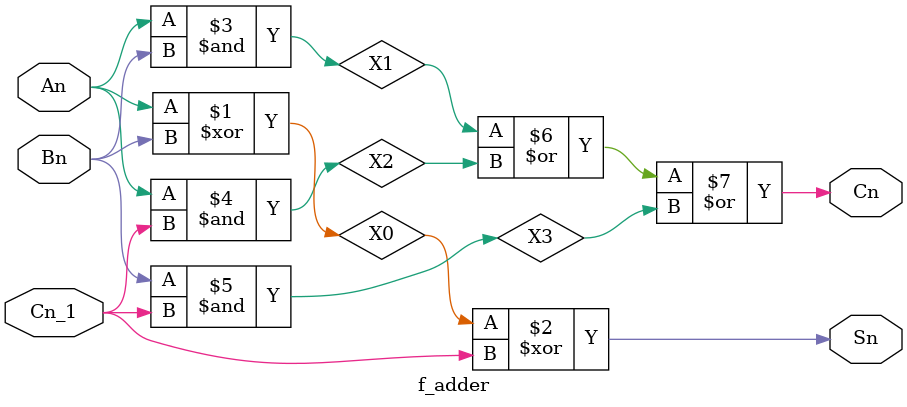
<source format=v>
module f_adder(An, Bn, Cn_1, Sn, Cn);
	input An, Bn, Cn_1;
	output Sn, Cn;
	wire X0, X1, X2, X3;
	
	xor(X0, An, Bn);
	xor(Sn, X0, Cn_1);
	and(X1, An, Bn);
	and(X2, An, Cn_1);
	and(X3, Bn, Cn_1);
	or(Cn, X1, X2, X3);
endmodule
</source>
